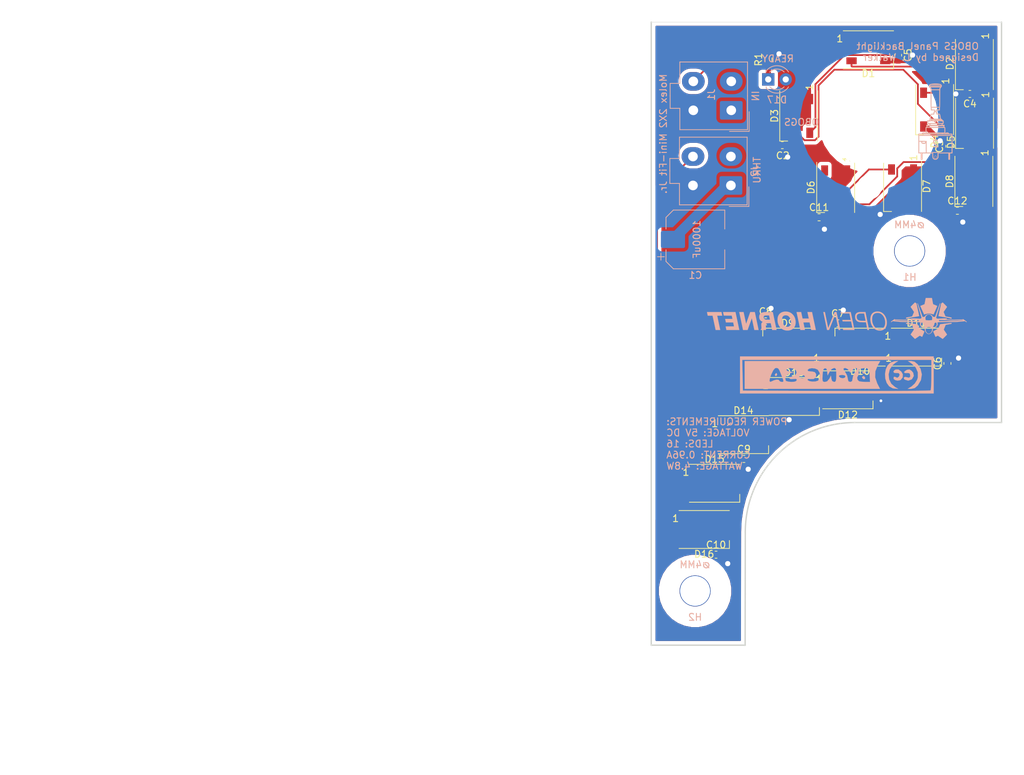
<source format=kicad_pcb>
(kicad_pcb (version 20171130) (host pcbnew "(5.1.6)-1")
  (layers (0 F.Cu signal) (31 B.Cu signal) (34 B.Paste user) (35 F.Paste user) (36 B.SilkS user) (37 F.SilkS user) (38 B.Mask user) (39 F.Mask user) (44 Edge.Cuts user))
  (net 0 "")
  (net 1 /LED+5V)
  (net 2 "Net-(D1-Pad2)")
  (net 3 /DATAIN)
  (net 4 /LEDGND)
  (net 5 "Net-(D2-Pad2)")
  (net 6 "Net-(D3-Pad2)")
  (net 7 "Net-(D4-Pad2)")
  (net 8 "Net-(D5-Pad2)")
  (net 9 "Net-(D6-Pad2)")
  (net 10 "Net-(D7-Pad2)")
  (net 11 "Net-(D8-Pad2)")
  (net 12 "Net-(D10-Pad4)")
  (net 13 "Net-(D10-Pad2)")
  (net 14 "Net-(D11-Pad2)")
  (net 15 "Net-(D12-Pad2)")
  (net 16 "Net-(D13-Pad2)")
  (net 17 "Net-(D14-Pad2)")
  (net 18 "Net-(D15-Pad2)")
  (net 19 /DATAOUT)
  (net 20 "Net-(D17-Pad1)")
  (module OH_Backlighting:Molex_Mini-Fit_Jr_5566-04A_2x02_P4.20mm_Vertical (layer B.Cu) (at 170.25112 53.6956 90)
    (fp_text reference J1 (at 2.25552 -2.88036 90) (layer B.SilkS) (effects (justify mirror)))
    (fp_text value Conn_01x04_Female)
    (pad 4 thru_hole oval (at 4.2 -5.5 90) (size 2.7 3.3) (drill 1.4) (layers *.Cu *.Mask) (net 3 /DATAIN))
    (pad 3 thru_hole oval (at 0 -5.5 90) (size 2.7 3.3) (drill 1.4) (layers *.Cu *.Mask) (net 4 /LEDGND))
    (pad 2 thru_hole oval (at 4.2 0 90) (size 2.7 3.3) (drill 1.4) (layers *.Cu *.Mask) (net 1 /LED+5V))
    (pad 1 thru_hole roundrect (at 0 0 90) (size 2.7 3.3) (drill 1.4) (layers *.Cu *.Mask) (roundrect_rratio 0.09259299999999999) (net 1 /LED+5V))
  )
  (module OH_Backlighting:Molex_Mini-Fit_Jr_5566-04A_2x02_P4.20mm_Vertical (layer B.Cu) (at 170.2 64.6 90)
    (fp_text reference J2 (at 2.1 3.45 270) (layer B.SilkS) (effects (justify mirror)))
    (fp_text value Conn_01x04_Female)
    (pad 4 thru_hole oval (at 4.2 -5.5 90) (size 2.7 3.3) (drill 1.4) (layers *.Cu *.Mask) (net 19 /DATAOUT))
    (pad 3 thru_hole oval (at 0 -5.5 90) (size 2.7 3.3) (drill 1.4) (layers *.Cu *.Mask) (net 4 /LEDGND))
    (pad 2 thru_hole oval (at 4.2 0 90) (size 2.7 3.3) (drill 1.4) (layers *.Cu *.Mask) (net 1 /LED+5V))
    (pad 1 thru_hole roundrect (at 0 0 90) (size 2.7 3.3) (drill 1.4) (layers *.Cu *.Mask) (roundrect_rratio 0.09259299999999999) (net 1 /LED+5V))
  )
  (module OH_General:CC-BY-NC-SA-Small (layer B.Cu) (at 185.65 92.1 180)
    (fp_text reference G*** hide)
    (fp_text value LOGO hide)
  )
  (module OH_General:OH_LOGO_37.7mm_5.9mm (layer B.Cu) (at 185.572676 83.9 180)
    (fp_text reference G*** hide)
    (fp_text value LOGO hide)
  )
  (module Capacitor_SMD:C_0603_1608Metric (layer F.Cu) (at 203.0477 68.26758)
    (fp_text reference C12 (at 0 -1.43) (layer F.SilkS))
    (fp_text value C)
    (pad 2 smd roundrect (at 0.7875 0) (size 0.875 0.95) (layers F.Cu F.Paste F.Mask) (net 4 /LEDGND))
    (pad 1 smd roundrect (at -0.7875 0) (size 0.875 0.95) (layers F.Cu F.Paste F.Mask) (net 1 /LED+5V))
  )
  (module Capacitor_SMD:C_0603_1608Metric (layer F.Cu) (at 182.99166 69.22008)
    (fp_text reference C11 (at 0 -1.43) (layer F.SilkS))
    (fp_text value C)
    (pad 2 smd roundrect (at 0.7875 0) (size 0.875 0.95) (layers F.Cu F.Paste F.Mask) (net 4 /LEDGND))
    (pad 1 smd roundrect (at -0.7875 0) (size 0.875 0.95) (layers F.Cu F.Paste F.Mask) (net 1 /LED+5V))
  )
  (module "Kicad Footprint Files:100SPX_Toggle_Keepout" (layer F.Cu) (at 190.279157 55.312067)
    (fp_text reference 1 (at 0 0.5) (layer F.SilkS))
    (fp_text value 100SPX_Toggle_Keepout)
    (pad "" np_thru_hole circle (at 0 9.525) (size 3.572 3.572) (drill 3.572) (layers *.Cu *.Mask) (clearance 1))
    (pad "" np_thru_hole circle (at 0 0) (size 12.7 12.7) (drill 12.7) (layers *.Mask F.Cu) (clearance 1))
    (pad "" np_thru_hole circle (at 0 0) (size 12.7 12.7) (drill 12.7) (layers *.Mask B.Cu) (clearance 3.65))
  )
  (module "Kicad Footprint Files:OH_Panel_Fastner_Keepout" (layer F.Cu) (at 165.006157 123.447567)
    (fp_text reference 3 hide)
    (fp_text value OH_Panel_Fastner_Keepout hide)
    (fp_text user ⌀4MM (at 0 -3.81) (layer B.SilkS) (effects (justify mirror)))
    (fp_text user H2 (at 0 3.81) (layer B.SilkS) (effects (justify mirror)))
    (pad "" np_thru_hole circle (at 0 0) (size 4.5 4.5) (drill 4.3053) (layers *.Cu *.Mask) (clearance 3))
  )
  (module "Kicad Footprint Files:OH_Panel_Fastner_Keepout" (layer F.Cu) (at 196.121157 74.108067)
    (fp_text reference 2 hide)
    (fp_text value OH_Panel_Fastner_Keepout hide)
    (fp_text user ⌀4MM (at 0 -3.81) (layer B.SilkS) (effects (justify mirror)))
    (fp_text user H1 (at 0 3.81) (layer B.SilkS) (effects (justify mirror)))
    (pad "" np_thru_hole circle (at 0 0) (size 4.5 4.5) (drill 4.3053) (layers *.Cu *.Mask) (clearance 3))
  )
  (module Capacitor_SMD:C_0603_1608Metric (layer F.Cu) (at 204.86116 51.31562 180)
    (fp_text reference C4 (at 0 -1.43) (layer F.SilkS))
    (fp_text value C)
    (pad 2 smd roundrect (at 0.775 0 180) (size 0.9 0.95) (layers F.Cu F.Paste F.Mask) (net 4 /LEDGND))
    (pad 1 smd roundrect (at -0.775 0 180) (size 0.9 0.95) (layers F.Cu F.Paste F.Mask) (net 1 /LED+5V))
  )
  (module Capacitor_SMD:C_0603_1608Metric (layer F.Cu) (at 175.23938 84.32292)
    (fp_text reference C8 (at 0 -1.43) (layer F.SilkS))
    (fp_text value C)
    (pad 2 smd roundrect (at 0.775 0) (size 0.9 0.95) (layers F.Cu F.Paste F.Mask) (net 4 /LEDGND))
    (pad 1 smd roundrect (at -0.775 0) (size 0.9 0.95) (layers F.Cu F.Paste F.Mask) (net 1 /LED+5V))
  )
  (module Resistor_SMD:R_0603_1608Metric (layer F.Cu) (at 175.63592 46.32656 90)
    (fp_text reference R1 (at 0 -1.43 90) (layer F.SilkS))
    (fp_text value R)
    (pad 2 smd roundrect (at 0.825 0 90) (size 0.8 0.95) (layers F.Cu F.Paste F.Mask) (net 4 /LEDGND))
    (pad 1 smd roundrect (at -0.825 0 90) (size 0.8 0.95) (layers F.Cu F.Paste F.Mask) (net 20 "Net-(D17-Pad1)"))
  )
  (module Capacitor_SMD:C_0603_1608Metric (layer F.Cu) (at 168.04356 118.18874)
    (fp_text reference C10 (at 0 -1.43) (layer F.SilkS))
    (fp_text value C)
    (pad 2 smd roundrect (at 0.775 0) (size 0.9 0.95) (layers F.Cu F.Paste F.Mask) (net 4 /LEDGND))
    (pad 1 smd roundrect (at -0.775 0) (size 0.9 0.95) (layers F.Cu F.Paste F.Mask) (net 1 /LED+5V))
  )
  (module Capacitor_SMD:C_0603_1608Metric (layer F.Cu) (at 172.08978 104.2924)
    (fp_text reference C9 (at 0 -1.43) (layer F.SilkS))
    (fp_text value C)
    (pad 2 smd roundrect (at 0.775 0) (size 0.9 0.95) (layers F.Cu F.Paste F.Mask) (net 4 /LEDGND))
    (pad 1 smd roundrect (at -0.775 0) (size 0.9 0.95) (layers F.Cu F.Paste F.Mask) (net 1 /LED+5V))
  )
  (module Capacitor_SMD:C_0603_1608Metric (layer F.Cu) (at 185.71972 84.6074)
    (fp_text reference C7 (at 0 -1.43) (layer F.SilkS))
    (fp_text value C)
    (pad 2 smd roundrect (at 0.775 0) (size 0.9 0.95) (layers F.Cu F.Paste F.Mask) (net 4 /LEDGND))
    (pad 1 smd roundrect (at -0.775 0) (size 0.9 0.95) (layers F.Cu F.Paste F.Mask) (net 1 /LED+5V))
  )
  (module Capacitor_SMD:C_0603_1608Metric (layer F.Cu) (at 201.60234 90.42684 90)
    (fp_text reference C6 (at 0 -1.43 90) (layer F.SilkS))
    (fp_text value C)
    (pad 2 smd roundrect (at 0.775 0 90) (size 0.9 0.95) (layers F.Cu F.Paste F.Mask) (net 4 /LEDGND))
    (pad 1 smd roundrect (at -0.775 0 90) (size 0.9 0.95) (layers F.Cu F.Paste F.Mask) (net 1 /LED+5V))
  )
  (module Capacitor_SMD:C_0603_1608Metric (layer F.Cu) (at 194.44716 45.6949 270)
    (fp_text reference C5 (at 0 -1.43 90) (layer F.SilkS))
    (fp_text value C)
    (pad 2 smd roundrect (at 0.775 0 270) (size 0.9 0.95) (layers F.Cu F.Paste F.Mask) (net 4 /LEDGND))
    (pad 1 smd roundrect (at -0.775 0 270) (size 0.9 0.95) (layers F.Cu F.Paste F.Mask) (net 1 /LED+5V))
  )
  (module Capacitor_SMD:C_0603_1608Metric (layer F.Cu) (at 201.88174 58.90992 90)
    (fp_text reference C3 (at 0 -1.43 90) (layer F.SilkS))
    (fp_text value C)
    (pad 2 smd roundrect (at 0.775 0 90) (size 0.9 0.95) (layers F.Cu F.Paste F.Mask) (net 4 /LEDGND))
    (pad 1 smd roundrect (at -0.775 0 90) (size 0.9 0.95) (layers F.Cu F.Paste F.Mask) (net 1 /LED+5V))
  )
  (module Capacitor_SMD:C_0603_1608Metric (layer F.Cu) (at 177.6603 58.74766)
    (fp_text reference C2 (at 0.05872 1.52146) (layer F.SilkS))
    (fp_text value C)
    (pad 2 smd roundrect (at 0.775 0) (size 0.9 0.95) (layers F.Cu F.Paste F.Mask) (net 4 /LEDGND))
    (pad 1 smd roundrect (at -0.775 0) (size 0.9 0.95) (layers F.Cu F.Paste F.Mask) (net 1 /LED+5V))
  )
  (module "Kicad Footprint Files:S2ALToggle" (layer B.Cu) (at 199.9996 55.4736 180)
    (fp_text reference G*** hide)
    (fp_text value LOGO hide)
    (fp_text user 2 (at 0.125 -3.075) (layer B.SilkS) (effects (justify mirror)))
  )
  (module Capacitor_SMD:CP_Elec_8x10 (layer B.Cu) (at 165.04786 72.43318)
    (fp_text reference C1 (at 0 5.2) (layer B.SilkS) (effects (justify mirror)))
    (fp_text value C_Polarized)
    (pad 2 smd roundrect (at 3.25 0) (size 3.5 2.5) (layers B.Cu B.Paste B.Mask) (roundrect_rratio 0.1) (net 4 /LEDGND))
    (pad 1 smd roundrect (at -3.25 0) (size 3.5 2.5) (layers B.Cu B.Paste B.Mask) (roundrect_rratio 0.1) (net 1 /LED+5V))
  )
  (module LED_THT:LED_D3.0mm (layer B.Cu) (at 175.61306 49.20996)
    (fp_text reference D17 (at 1.27 2.96 180) (layer B.SilkS) (effects (justify mirror)))
    (fp_text value LED)
    (pad 2 thru_hole circle (at 2.54 0) (size 1.8 1.8) (drill 0.9) (layers *.Cu *.Mask) (net 1 /LED+5V))
    (pad 1 thru_hole rect (at 0 0) (size 1.8 1.8) (drill 0.9) (layers *.Cu *.Mask) (net 20 "Net-(D17-Pad1)"))
  )
  (module LED_SMD:LED_WS2812B_PLCC4_5.0x5.0mm_P3.2mm (layer F.Cu) (at 166.331 114.528)
    (fp_text reference D16 (at -0.0118 3.582) (layer F.SilkS))
    (fp_text value WS2812B)
    (fp_text user 1 (at -4.15 -1.6) (layer F.SilkS))
    (pad 1 smd rect (at -2.45 -1.6) (size 1.5 1) (layers F.Cu F.Paste F.Mask) (net 1 /LED+5V))
    (pad 2 smd rect (at -2.45 1.6) (size 1.5 1) (layers F.Cu F.Paste F.Mask) (net 19 /DATAOUT))
    (pad 4 smd rect (at 2.45 -1.6) (size 1.5 1) (layers F.Cu F.Paste F.Mask) (net 18 "Net-(D15-Pad2)"))
    (pad 3 smd rect (at 2.45 1.6) (size 1.5 1) (layers F.Cu F.Paste F.Mask) (net 4 /LEDGND))
  )
  (module LED_SMD:LED_WS2812B_PLCC4_5.0x5.0mm_P3.2mm (layer F.Cu) (at 167.832 107.823)
    (fp_text reference D15 (at 0 -3.5) (layer F.SilkS))
    (fp_text value WS2812B)
    (fp_text user 1 (at -4.15 -1.6) (layer F.SilkS))
    (pad 1 smd rect (at -2.45 -1.6) (size 1.5 1) (layers F.Cu F.Paste F.Mask) (net 1 /LED+5V))
    (pad 2 smd rect (at -2.45 1.6) (size 1.5 1) (layers F.Cu F.Paste F.Mask) (net 18 "Net-(D15-Pad2)"))
    (pad 4 smd rect (at 2.45 -1.6) (size 1.5 1) (layers F.Cu F.Paste F.Mask) (net 17 "Net-(D14-Pad2)"))
    (pad 3 smd rect (at 2.45 1.6) (size 1.5 1) (layers F.Cu F.Paste F.Mask) (net 4 /LEDGND))
  )
  (module LED_SMD:LED_WS2812B_PLCC4_5.0x5.0mm_P3.2mm (layer F.Cu) (at 172.02 100.762)
    (fp_text reference D14 (at 0 -3.5) (layer F.SilkS))
    (fp_text value WS2812B)
    (fp_text user 1 (at -4.15 -1.6) (layer F.SilkS))
    (pad 1 smd rect (at -2.45 -1.6) (size 1.5 1) (layers F.Cu F.Paste F.Mask) (net 1 /LED+5V))
    (pad 2 smd rect (at -2.45 1.6) (size 1.5 1) (layers F.Cu F.Paste F.Mask) (net 17 "Net-(D14-Pad2)"))
    (pad 4 smd rect (at 2.45 -1.6) (size 1.5 1) (layers F.Cu F.Paste F.Mask) (net 16 "Net-(D13-Pad2)"))
    (pad 3 smd rect (at 2.45 1.6) (size 1.5 1) (layers F.Cu F.Paste F.Mask) (net 4 /LEDGND))
  )
  (module LED_SMD:LED_WS2812B_PLCC4_5.0x5.0mm_P3.2mm (layer F.Cu) (at 179.386 95.2244)
    (fp_text reference D13 (at -0.0112 -3.4796) (layer F.SilkS))
    (fp_text value WS2812B)
    (fp_text user 1 (at -4.15 -1.6) (layer F.SilkS))
    (pad 1 smd rect (at -2.45 -1.6) (size 1.5 1) (layers F.Cu F.Paste F.Mask) (net 1 /LED+5V))
    (pad 2 smd rect (at -2.45 1.6) (size 1.5 1) (layers F.Cu F.Paste F.Mask) (net 16 "Net-(D13-Pad2)"))
    (pad 4 smd rect (at 2.45 -1.6) (size 1.5 1) (layers F.Cu F.Paste F.Mask) (net 15 "Net-(D12-Pad2)"))
    (pad 3 smd rect (at 2.45 1.6) (size 1.5 1) (layers F.Cu F.Paste F.Mask) (net 4 /LEDGND))
  )
  (module LED_SMD:LED_WS2812B_PLCC4_5.0x5.0mm_P3.2mm (layer F.Cu) (at 187.159 94.2592)
    (fp_text reference D12 (at 0 3.6324) (layer F.SilkS))
    (fp_text value WS2812B)
    (fp_text user 1 (at -4.15 -1.6) (layer F.SilkS))
    (pad 1 smd rect (at -2.45 -1.6) (size 1.5 1) (layers F.Cu F.Paste F.Mask) (net 1 /LED+5V))
    (pad 2 smd rect (at -2.45 1.6) (size 1.5 1) (layers F.Cu F.Paste F.Mask) (net 15 "Net-(D12-Pad2)"))
    (pad 4 smd rect (at 2.45 -1.6) (size 1.5 1) (layers F.Cu F.Paste F.Mask) (net 14 "Net-(D11-Pad2)"))
    (pad 3 smd rect (at 2.45 1.6) (size 1.5 1) (layers F.Cu F.Paste F.Mask) (net 4 /LEDGND))
  )
  (module LED_SMD:LED_WS2812B_PLCC4_5.0x5.0mm_P3.2mm (layer F.Cu) (at 197.116 88.0616)
    (fp_text reference D11 (at 0 -3.5) (layer F.SilkS))
    (fp_text value WS2812B)
    (fp_text user 1 (at -4.15 -1.6) (layer F.SilkS))
    (pad 1 smd rect (at -2.45 -1.6) (size 1.5 1) (layers F.Cu F.Paste F.Mask) (net 1 /LED+5V))
    (pad 2 smd rect (at -2.45 1.6) (size 1.5 1) (layers F.Cu F.Paste F.Mask) (net 14 "Net-(D11-Pad2)"))
    (pad 4 smd rect (at 2.45 -1.6) (size 1.5 1) (layers F.Cu F.Paste F.Mask) (net 13 "Net-(D10-Pad2)"))
    (pad 3 smd rect (at 2.45 1.6) (size 1.5 1) (layers F.Cu F.Paste F.Mask) (net 4 /LEDGND))
  )
  (module LED_SMD:LED_WS2812B_PLCC4_5.0x5.0mm_P3.2mm (layer F.Cu) (at 188.937 88.0616 180)
    (fp_text reference D10 (at 0 -3.5) (layer F.SilkS))
    (fp_text value WS2812B)
    (fp_text user 1 (at -4.15 -1.6) (layer F.SilkS))
    (pad 1 smd rect (at -2.45 -1.6 180) (size 1.5 1) (layers F.Cu F.Paste F.Mask) (net 1 /LED+5V))
    (pad 2 smd rect (at -2.45 1.6 180) (size 1.5 1) (layers F.Cu F.Paste F.Mask) (net 13 "Net-(D10-Pad2)"))
    (pad 4 smd rect (at 2.45 -1.6 180) (size 1.5 1) (layers F.Cu F.Paste F.Mask) (net 12 "Net-(D10-Pad4)"))
    (pad 3 smd rect (at 2.45 1.6 180) (size 1.5 1) (layers F.Cu F.Paste F.Mask) (net 4 /LEDGND))
  )
  (module LED_SMD:LED_WS2812B_PLCC4_5.0x5.0mm_P3.2mm (layer F.Cu) (at 178.472 88.0616 180)
    (fp_text reference D9 (at 0.0116 3.4796) (layer F.SilkS))
    (fp_text value WS2812B)
    (fp_text user 1 (at -4.15 -1.6) (layer F.SilkS))
    (pad 1 smd rect (at -2.45 -1.6 180) (size 1.5 1) (layers F.Cu F.Paste F.Mask) (net 1 /LED+5V))
    (pad 2 smd rect (at -2.45 1.6 180) (size 1.5 1) (layers F.Cu F.Paste F.Mask) (net 12 "Net-(D10-Pad4)"))
    (pad 4 smd rect (at 2.45 -1.6 180) (size 1.5 1) (layers F.Cu F.Paste F.Mask) (net 11 "Net-(D8-Pad2)"))
    (pad 3 smd rect (at 2.45 1.6 180) (size 1.5 1) (layers F.Cu F.Paste F.Mask) (net 4 /LEDGND))
  )
  (module LED_SMD:LED_WS2812B_PLCC4_5.0x5.0mm_P3.2mm (layer F.Cu) (at 205.435 64.008 270)
    (fp_text reference D8 (at 0 3.505 90) (layer F.SilkS))
    (fp_text value WS2812B)
    (fp_text user 1 (at -4.15 -1.6 90) (layer F.SilkS))
    (pad 1 smd rect (at -2.45 -1.6 270) (size 1.5 1) (layers F.Cu F.Paste F.Mask) (net 1 /LED+5V))
    (pad 2 smd rect (at -2.45 1.6 270) (size 1.5 1) (layers F.Cu F.Paste F.Mask) (net 11 "Net-(D8-Pad2)"))
    (pad 4 smd rect (at 2.45 -1.6 270) (size 1.5 1) (layers F.Cu F.Paste F.Mask) (net 10 "Net-(D7-Pad2)"))
    (pad 3 smd rect (at 2.45 1.6 270) (size 1.5 1) (layers F.Cu F.Paste F.Mask) (net 4 /LEDGND))
  )
  (module LED_SMD:LED_WS2812B_PLCC4_5.0x5.0mm_P3.2mm (layer F.Cu) (at 195.098 64.7308 270)
    (fp_text reference D7 (at 0 -3.5 90) (layer F.SilkS))
    (fp_text value WS2812B)
    (fp_text user 1 (at -4.15 -1.6 90) (layer F.SilkS))
    (pad 1 smd rect (at -2.45 -1.6 270) (size 1.5 1) (layers F.Cu F.Paste F.Mask) (net 1 /LED+5V))
    (pad 2 smd rect (at -2.45 1.6 270) (size 1.5 1) (layers F.Cu F.Paste F.Mask) (net 10 "Net-(D7-Pad2)"))
    (pad 4 smd rect (at 2.45 -1.6 270) (size 1.5 1) (layers F.Cu F.Paste F.Mask) (net 9 "Net-(D6-Pad2)"))
    (pad 3 smd rect (at 2.45 1.6 270) (size 1.5 1) (layers F.Cu F.Paste F.Mask) (net 4 /LEDGND))
  )
  (module LED_SMD:LED_WS2812B_PLCC4_5.0x5.0mm_P3.2mm (layer F.Cu) (at 185.395 64.8832 270)
    (fp_text reference D6 (at 0 3.5818 90) (layer F.SilkS))
    (fp_text value WS2812B)
    (fp_text user 1 (at -4.15 -1.6 90) (layer F.SilkS))
    (pad 1 smd rect (at -2.45 -1.6 270) (size 1.5 1) (layers F.Cu F.Paste F.Mask) (net 1 /LED+5V))
    (pad 2 smd rect (at -2.45 1.6 270) (size 1.5 1) (layers F.Cu F.Paste F.Mask) (net 9 "Net-(D6-Pad2)"))
    (pad 4 smd rect (at 2.45 -1.6 270) (size 1.5 1) (layers F.Cu F.Paste F.Mask) (net 8 "Net-(D5-Pad2)"))
    (pad 3 smd rect (at 2.45 1.6 270) (size 1.5 1) (layers F.Cu F.Paste F.Mask) (net 4 /LEDGND))
  )
  (module LED_SMD:LED_WS2812B_PLCC4_5.0x5.0mm_P3.2mm (layer F.Cu) (at 205.537 55.5752 270)
    (fp_text reference D5 (at 2.7432 3.4038 90) (layer F.SilkS))
    (fp_text value WS2812B)
    (fp_text user 1 (at -4.15 -1.6 90) (layer F.SilkS))
    (pad 1 smd rect (at -2.45 -1.6 270) (size 1.5 1) (layers F.Cu F.Paste F.Mask) (net 1 /LED+5V))
    (pad 2 smd rect (at -2.45 1.6 270) (size 1.5 1) (layers F.Cu F.Paste F.Mask) (net 8 "Net-(D5-Pad2)"))
    (pad 4 smd rect (at 2.45 -1.6 270) (size 1.5 1) (layers F.Cu F.Paste F.Mask) (net 7 "Net-(D4-Pad2)"))
    (pad 3 smd rect (at 2.45 1.6 270) (size 1.5 1) (layers F.Cu F.Paste F.Mask) (net 4 /LEDGND))
  )
  (module LED_SMD:LED_WS2812B_PLCC4_5.0x5.0mm_P3.2mm (layer F.Cu) (at 199.746 53.594 270)
    (fp_text reference D4 (at 4.6228 0.0004 90) (layer F.SilkS))
    (fp_text value WS2812B)
    (fp_text user 1 (at -4.15 -1.6 90) (layer F.SilkS))
    (pad 1 smd rect (at -2.45 -1.6 270) (size 1.5 1) (layers F.Cu F.Paste F.Mask) (net 1 /LED+5V))
    (pad 2 smd rect (at -2.45 1.6 270) (size 1.5 1) (layers F.Cu F.Paste F.Mask) (net 7 "Net-(D4-Pad2)"))
    (pad 4 smd rect (at 2.45 -1.6 270) (size 1.5 1) (layers F.Cu F.Paste F.Mask) (net 6 "Net-(D3-Pad2)"))
    (pad 3 smd rect (at 2.45 1.6 270) (size 1.5 1) (layers F.Cu F.Paste F.Mask) (net 4 /LEDGND))
  )
  (module LED_SMD:LED_WS2812B_PLCC4_5.0x5.0mm_P3.2mm (layer F.Cu) (at 180.035 54.5084 270)
    (fp_text reference D3 (at 0 3.505 90) (layer F.SilkS))
    (fp_text value WS2812B)
    (fp_text user 1 (at -4.15 -1.6 90) (layer F.SilkS))
    (pad 1 smd rect (at -2.45 -1.6 270) (size 1.5 1) (layers F.Cu F.Paste F.Mask) (net 1 /LED+5V))
    (pad 2 smd rect (at -2.45 1.6 270) (size 1.5 1) (layers F.Cu F.Paste F.Mask) (net 6 "Net-(D3-Pad2)"))
    (pad 4 smd rect (at 2.45 -1.6 270) (size 1.5 1) (layers F.Cu F.Paste F.Mask) (net 5 "Net-(D2-Pad2)"))
    (pad 3 smd rect (at 2.45 1.6 270) (size 1.5 1) (layers F.Cu F.Paste F.Mask) (net 4 /LEDGND))
  )
  (module LED_SMD:LED_WS2812B_PLCC4_5.0x5.0mm_P3.2mm (layer F.Cu) (at 205.512 47.0524 270)
    (fp_text reference D2 (at -0.164 3.5312 90) (layer F.SilkS))
    (fp_text value WS2812B)
    (fp_text user 1 (at -4.15 -1.6 90) (layer F.SilkS))
    (pad 1 smd rect (at -2.45 -1.6 270) (size 1.5 1) (layers F.Cu F.Paste F.Mask) (net 1 /LED+5V))
    (pad 2 smd rect (at -2.45 1.6 270) (size 1.5 1) (layers F.Cu F.Paste F.Mask) (net 5 "Net-(D2-Pad2)"))
    (pad 4 smd rect (at 2.45 -1.6 270) (size 1.5 1) (layers F.Cu F.Paste F.Mask) (net 2 "Net-(D1-Pad2)"))
    (pad 3 smd rect (at 2.45 1.6 270) (size 1.5 1) (layers F.Cu F.Paste F.Mask) (net 4 /LEDGND))
  )
  (module LED_SMD:LED_WS2812B_PLCC4_5.0x5.0mm_P3.2mm (layer F.Cu) (at 190.144 44.9072)
    (fp_text reference D1 (at 0 3.4544) (layer F.SilkS))
    (fp_text value WS2812B)
    (fp_text user 1 (at -4.15 -1.6) (layer F.SilkS))
    (pad 1 smd rect (at -2.45 -1.6) (size 1.5 1) (layers F.Cu F.Paste F.Mask) (net 1 /LED+5V))
    (pad 2 smd rect (at -2.45 1.6) (size 1.5 1) (layers F.Cu F.Paste F.Mask) (net 2 "Net-(D1-Pad2)"))
    (pad 4 smd rect (at 2.45 -1.6) (size 1.5 1) (layers F.Cu F.Paste F.Mask) (net 3 /DATAIN))
    (pad 3 smd rect (at 2.45 1.6) (size 1.5 1) (layers F.Cu F.Paste F.Mask) (net 4 /LEDGND))
  )
  (gr_text OBOGS (at 180.4416 55.4228) (layer B.SilkS) (effects (font (size 1 1)) (justify mirror)))
  (gr_text THRU (at 173.98746 62.37732 90) (layer B.SilkS) (effects (font (size 1 1)) (justify mirror)))
  (gr_text IN (at 173.78426 51.61534 90) (layer B.SilkS) (effects (font (size 1 1)) (justify mirror)))
  (gr_text "Molex 2X2 Mini-Fit Jr." (at 160.39084 57.11698 90) (layer B.SilkS) (effects (font (size 1 1)) (justify mirror)))
  (gr_text READY (at 177.01514 46.2026) (layer B.SilkS) (effects (font (size 1 1)) (justify mirror)))
  (gr_text 1000uF (at 165.26002 72.43318 90) (layer B.SilkS) (effects (font (size 1 1)) (justify mirror)))
  (gr_text "POWER REQUIREMENTS:\nVOLTAGE: 5V DC\nLEDS: 16\nCURRENT: 0.96A\nWATTAGE: 4.8W" (at 160.75 102.1) (layer B.SilkS) (effects (font (size 1 1)) (justify right mirror)))
  (gr_text "OBOGS Panel Backlight\nDesigned by L. Walker" (at 206.25308 45.20438) (layer B.SilkS) (effects (font (size 1 1)) (justify left mirror)))
  (gr_line (start 209.4484 40.894) (end 158.648401 40.894001) (layer Edge.Cuts) (width 0.05))
  (gr_line (start 209.4484 40.894) (end 209.4484 40.894001) (layer Edge.Cuts) (width 0.05))
  (gr_line (start 158.648401 131.318) (end 172.2628 131.318) (layer Edge.Cuts) (width 0.2))
  (gr_arc (start 188.163199 114.8842) (end 188.1632 99.0092) (angle -90) (layer Edge.Cuts) (width 0.2))
  (gr_line (start 158.648401 40.894001) (end 158.648401 131.318) (layer Edge.Cuts) (width 0.2))
  (gr_line (start 172.2628 131.318) (end 172.288199 114.884199) (layer Edge.Cuts) (width 0.2))
  (gr_line (start 188.1632 99.0092) (end 209.4484 99.0092) (layer Edge.Cuts) (width 0.2))
  (gr_line (start 209.4484 99.0092) (end 209.4484 40.894001) (layer Edge.Cuts) (width 0.2))
  (segment (start 169.75568 64.47536) (end 161.79786 72.43318) (width 1.5) (layer B.Cu) (net 1))
  (segment (start 170.26636 64.47536) (end 169.75568 64.47536) (width 1.5) (layer B.Cu) (net 1))
  (segment (start 187.694 46.5072) (end 187.694 47.2572) (width 0.25) (layer F.Cu) (net 2))
  (segment (start 187.78748 47.35068) (end 197.49932 47.35068) (width 0.25) (layer F.Cu) (net 2))
  (segment (start 187.694 47.2572) (end 187.78748 47.35068) (width 0.25) (layer F.Cu) (net 2))
  (segment (start 197.49932 47.35068) (end 199 45.85) (width 0.25) (layer F.Cu) (net 2))
  (segment (start 199 45.85) (end 206.85 45.85) (width 0.25) (layer F.Cu) (net 2))
  (segment (start 206.85 49.2404) (end 207.112 49.5024) (width 0.25) (layer F.Cu) (net 2))
  (segment (start 206.85 45.85) (end 206.85 49.2404) (width 0.25) (layer F.Cu) (net 2))
  (segment (start 171.764521 42.482199) (end 164.75112 49.4956) (width 0.25) (layer F.Cu) (net 3))
  (segment (start 191.768999 42.482199) (end 171.764521 42.482199) (width 0.25) (layer F.Cu) (net 3))
  (segment (start 192.594 43.3072) (end 191.768999 42.482199) (width 0.25) (layer F.Cu) (net 3))
  (segment (start 176.01438 86.45398) (end 176.022 86.4616) (width 0.75) (layer F.Cu) (net 4))
  (segment (start 201.59258 89.6616) (end 201.60234 89.65184) (width 0.75) (layer F.Cu) (net 4))
  (segment (start 199.566 89.6616) (end 201.59258 89.6616) (width 0.75) (layer F.Cu) (net 4))
  (segment (start 201.60234 89.65184) (end 203.21524 89.65438) (width 0.75) (layer F.Cu) (net 4))
  (segment (start 203.21524 89.65438) (end 203.22794 89.65184) (width 0.75) (layer F.Cu) (net 4))
  (via (at 203.21524 89.65438) (size 1.5) (drill 0.75) (layers F.Cu B.Cu) (net 4))
  (segment (start 189.609 95.8592) (end 191.9605 95.85198) (width 0.75) (layer F.Cu) (net 4))
  (segment (start 191.9605 95.85198) (end 191.95328 95.8592) (width 0.75) (layer F.Cu) (net 4))
  (via (at 191.9605 95.85198) (size 0.8) (drill 0.4) (layers F.Cu B.Cu) (net 4))
  (segment (start 177.1777 45.50156) (end 177.1777 45.50156) (width 0.75) (layer F.Cu) (net 4))
  (segment (start 178.435 58.74736) (end 178.4353 58.74766) (width 0.75) (layer F.Cu) (net 4))
  (segment (start 178.435 56.9584) (end 178.435 58.74736) (width 0.75) (layer F.Cu) (net 4))
  (segment (start 178.4353 58.74766) (end 178.42992 60.47994) (width 0.75) (layer F.Cu) (net 4))
  (segment (start 178.42992 60.47994) (end 178.4353 60.51072) (width 0.75) (layer F.Cu) (net 4))
  (via (at 178.42992 60.47994) (size 1.5) (drill 0.75) (layers F.Cu B.Cu) (net 4))
  (segment (start 193.498 67.1808) (end 193.498 67.17712) (width 0.75) (layer F.Cu) (net 4))
  (segment (start 193.498 67.17712) (end 191.85128 68.80606) (width 0.75) (layer F.Cu) (net 4))
  (segment (start 191.85128 68.80606) (end 191.86906 68.80606) (width 0.75) (layer F.Cu) (net 4))
  (via (at 191.85128 68.80606) (size 1.5) (drill 0.75) (layers F.Cu B.Cu) (net 4))
  (segment (start 183.795 69.20424) (end 183.77916 69.22008) (width 0.75) (layer F.Cu) (net 4))
  (segment (start 183.795 67.3332) (end 183.795 69.20424) (width 0.75) (layer F.Cu) (net 4))
  (segment (start 183.77916 69.22008) (end 183.76138 70.94982) (width 0.75) (layer F.Cu) (net 4))
  (segment (start 183.76138 70.94982) (end 183.77916 70.93204) (width 0.75) (layer F.Cu) (net 4))
  (via (at 183.76138 70.94982) (size 1.5) (drill 0.75) (layers F.Cu B.Cu) (net 4))
  (segment (start 203.835 66.458) (end 203.83246 69.91604) (width 0.75) (layer F.Cu) (net 4))
  (segment (start 203.83246 69.91604) (end 203.835 69.9135) (width 0.75) (layer F.Cu) (net 4))
  (via (at 203.83246 69.91604) (size 1.5) (drill 0.75) (layers F.Cu B.Cu) (net 4))
  (segment (start 201.99146 58.0252) (end 201.88174 58.13492) (width 0.75) (layer F.Cu) (net 4))
  (segment (start 203.937 58.0252) (end 201.99146 58.0252) (width 0.75) (layer F.Cu) (net 4))
  (segment (start 201.88174 58.13492) (end 200.54316 58.11266) (width 0.75) (layer F.Cu) (net 4))
  (segment (start 200.54316 58.11266) (end 200.56542 58.13492) (width 0.75) (layer F.Cu) (net 4))
  (via (at 200.54316 58.11266) (size 1.5) (drill 0.75) (layers F.Cu B.Cu) (net 4))
  (segment (start 203.912 51.14146) (end 204.08616 51.31562) (width 0.75) (layer F.Cu) (net 4))
  (segment (start 203.912 49.5024) (end 203.912 51.14146) (width 0.75) (layer F.Cu) (net 4))
  (segment (start 204.08616 51.31562) (end 202.82154 51.31562) (width 0.75) (layer F.Cu) (net 4))
  (segment (start 202.82154 51.31562) (end 202.6793 51.31562) (width 0.75) (layer F.Cu) (net 4))
  (via (at 202.82154 51.31562) (size 1.5) (drill 0.75) (layers F.Cu B.Cu) (net 4))
  (segment (start 194.40986 46.5072) (end 194.44716 46.4699) (width 0.75) (layer F.Cu) (net 4))
  (segment (start 192.594 46.5072) (end 194.40986 46.5072) (width 0.75) (layer F.Cu) (net 4))
  (segment (start 194.44716 46.4699) (end 195.7826 46.4699) (width 0.75) (layer F.Cu) (net 4))
  (segment (start 195.7826 46.4699) (end 195.7826 46.4445) (width 0.75) (layer F.Cu) (net 4))
  (segment (start 195.7826 46.4445) (end 196.54774 45.67936) (width 0.75) (layer F.Cu) (net 4))
  (segment (start 196.54774 45.67936) (end 196.54774 45.67936) (width 0.75) (layer F.Cu) (net 4))
  (via (at 196.54774 45.67936) (size 1.5) (drill 0.75) (layers F.Cu B.Cu) (net 4))
  (segment (start 198.4745 56.044) (end 200.54316 58.11266) (width 0.75) (layer F.Cu) (net 4))
  (segment (start 198.146 56.044) (end 198.4745 56.044) (width 0.75) (layer F.Cu) (net 4))
  (segment (start 174.47 102.68718) (end 172.86478 104.2924) (width 0.75) (layer F.Cu) (net 4))
  (segment (start 174.47 102.362) (end 174.47 102.68718) (width 0.75) (layer F.Cu) (net 4))
  (segment (start 172.86478 104.2924) (end 172.7073 105.78592) (width 0.75) (layer F.Cu) (net 4))
  (segment (start 172.7073 105.78592) (end 172.86478 105.64368) (width 0.75) (layer F.Cu) (net 4))
  (via (at 172.7073 105.78592) (size 1.5) (drill 0.75) (layers F.Cu B.Cu) (net 4))
  (segment (start 168.781 116.128) (end 168.781 118.15118) (width 0.75) (layer F.Cu) (net 4))
  (segment (start 168.81856 118.18874) (end 168.781 118.15118) (width 0.75) (layer F.Cu) (net 4))
  (segment (start 168.81856 118.18874) (end 168.81856 118.62054) (width 0.75) (layer F.Cu) (net 4))
  (segment (start 168.81856 118.62054) (end 169.73804 119.48414) (width 0.75) (layer F.Cu) (net 4))
  (segment (start 169.73804 119.48414) (end 169.68978 119.49176) (width 0.75) (layer F.Cu) (net 4))
  (via (at 169.73804 119.48414) (size 1.5) (drill 0.75) (layers F.Cu B.Cu) (net 4))
  (segment (start 172.7073 106.9977) (end 172.7073 105.78592) (width 0.75) (layer F.Cu) (net 4))
  (segment (start 170.282 109.423) (end 172.7073 106.9977) (width 0.75) (layer F.Cu) (net 4))
  (segment (start 181.836 96.8244) (end 180.42676 96.8244) (width 0.75) (layer F.Cu) (net 4))
  (segment (start 180.42676 96.8244) (end 178.64582 98.60534) (width 0.75) (layer F.Cu) (net 4))
  (segment (start 178.64582 98.60534) (end 178.64582 98.60534) (width 0.75) (layer F.Cu) (net 4))
  (via (at 178.64582 98.60534) (size 1.5) (drill 0.75) (layers F.Cu B.Cu) (net 4))
  (segment (start 186.487 84.61512) (end 186.49472 84.6074) (width 0.75) (layer F.Cu) (net 4))
  (segment (start 186.487 86.4616) (end 186.487 84.61512) (width 0.75) (layer F.Cu) (net 4))
  (segment (start 186.49472 84.6074) (end 186.4995 82.69224) (width 0.75) (layer F.Cu) (net 4))
  (segment (start 186.4995 82.69224) (end 186.49472 82.69702) (width 0.75) (layer F.Cu) (net 4))
  (via (at 186.4995 82.69224) (size 1.5) (drill 0.75) (layers F.Cu B.Cu) (net 4))
  (segment (start 176.022 84.33054) (end 176.01438 84.32292) (width 0.75) (layer F.Cu) (net 4))
  (segment (start 176.022 86.4616) (end 176.022 84.33054) (width 0.75) (layer F.Cu) (net 4))
  (segment (start 176.01438 84.32292) (end 176.01438 82.43316) (width 0.75) (layer F.Cu) (net 4))
  (segment (start 176.01438 82.43316) (end 176.01438 82.43316) (width 0.75) (layer F.Cu) (net 4))
  (via (at 176.01438 82.43316) (size 1.5) (drill 0.75) (layers F.Cu B.Cu) (net 4))
  (segment (start 175.63592 45.50156) (end 177.1777 45.50156) (width 0.75) (layer F.Cu) (net 4))
  (via (at 177.1777 45.50156) (size 1.5) (drill 0.75) (layers F.Cu B.Cu) (net 4))
  (segment (start 182.460001 49.906197) (end 182.460001 56.133399) (width 0.25) (layer F.Cu) (net 5))
  (segment (start 186.683999 45.682199) (end 182.460001 49.906197) (width 0.25) (layer F.Cu) (net 5))
  (segment (start 182.460001 56.133399) (end 181.635 56.9584) (width 0.25) (layer F.Cu) (net 5))
  (segment (start 193.969326 45.6949) (end 193.956625 45.682199) (width 0.25) (layer F.Cu) (net 5))
  (segment (start 194.941198 45.6949) (end 193.969326 45.6949) (width 0.25) (layer F.Cu) (net 5))
  (segment (start 193.956625 45.682199) (end 186.683999 45.682199) (width 0.25) (layer F.Cu) (net 5))
  (segment (start 196.033698 44.6024) (end 194.941198 45.6949) (width 0.25) (layer F.Cu) (net 5))
  (segment (start 203.912 44.6024) (end 196.033698 44.6024) (width 0.25) (layer F.Cu) (net 5))
  (segment (start 200.596 56.044) (end 197.320999 52.768999) (width 0.25) (layer F.Cu) (net 6))
  (segment (start 201.346 56.044) (end 200.596 56.044) (width 0.25) (layer F.Cu) (net 6))
  (segment (start 197.320999 52.768999) (end 197.320999 49.920999) (width 0.25) (layer F.Cu) (net 6))
  (segment (start 195.20069 47.80069) (end 185.201918 47.80069) (width 0.25) (layer F.Cu) (net 6))
  (segment (start 197.320999 49.920999) (end 195.20069 47.80069) (width 0.25) (layer F.Cu) (net 6))
  (segment (start 179.260001 52.883401) (end 178.435 52.0584) (width 0.25) (layer F.Cu) (net 6))
  (segment (start 179.260001 56.418403) (end 179.260001 52.883401) (width 0.25) (layer F.Cu) (net 6))
  (segment (start 180.874999 58.033401) (end 179.260001 56.418403) (width 0.25) (layer F.Cu) (net 6))
  (segment (start 182.395001 58.033401) (end 180.874999 58.033401) (width 0.25) (layer F.Cu) (net 6))
  (segment (start 182.910011 57.518391) (end 182.395001 58.033401) (width 0.25) (layer F.Cu) (net 6))
  (segment (start 182.910011 50.092597) (end 182.910011 57.518391) (width 0.25) (layer F.Cu) (net 6))
  (segment (start 185.201918 47.80069) (end 182.910011 50.092597) (width 0.25) (layer F.Cu) (net 6))
  (segment (start 199.5058 51.144) (end 198.146 51.144) (width 0.25) (layer F.Cu) (net 7))
  (segment (start 206.387 58.0252) (end 199.5058 51.144) (width 0.25) (layer F.Cu) (net 7))
  (segment (start 207.137 58.0252) (end 206.387 58.0252) (width 0.25) (layer F.Cu) (net 7))
  (segment (start 190.280602 67.3332) (end 186.995 67.3332) (width 0.25) (layer F.Cu) (net 8))
  (segment (start 194.323001 63.290801) (end 190.280602 67.3332) (width 0.25) (layer F.Cu) (net 8))
  (segment (start 194.323001 62.126999) (end 194.323001 63.290801) (width 0.25) (layer F.Cu) (net 8))
  (segment (start 195.244201 61.205799) (end 194.323001 62.126999) (width 0.25) (layer F.Cu) (net 8))
  (segment (start 199.041023 61.205799) (end 195.244201 61.205799) (width 0.25) (layer F.Cu) (net 8))
  (segment (start 201.336902 58.90992) (end 199.041023 61.205799) (width 0.25) (layer F.Cu) (net 8))
  (segment (start 202.359574 58.90992) (end 201.336902 58.90992) (width 0.25) (layer F.Cu) (net 8))
  (segment (start 202.68175 59.232096) (end 202.359574 58.90992) (width 0.25) (layer F.Cu) (net 8))
  (segment (start 207.765106 59.232096) (end 202.68175 59.232096) (width 0.25) (layer F.Cu) (net 8))
  (segment (start 207.962001 59.035201) (end 207.765106 59.232096) (width 0.25) (layer F.Cu) (net 8))
  (segment (start 207.962001 56.400201) (end 207.962001 59.035201) (width 0.25) (layer F.Cu) (net 8))
  (segment (start 204.687 53.1252) (end 207.962001 56.400201) (width 0.25) (layer F.Cu) (net 8))
  (segment (start 203.937 53.1252) (end 204.687 53.1252) (width 0.25) (layer F.Cu) (net 8))
  (segment (start 181.44165 64.78655) (end 183.105144 63.123056) (width 0.25) (layer F.Cu) (net 9))
  (segment (start 181.44165 70.221092) (end 181.44165 64.78655) (width 0.25) (layer F.Cu) (net 9))
  (segment (start 195.622999 68.255801) (end 193.992541 68.255801) (width 0.25) (layer F.Cu) (net 9))
  (segment (start 196.698 67.1808) (end 195.622999 68.255801) (width 0.25) (layer F.Cu) (net 9))
  (segment (start 193.992541 68.255801) (end 190.223521 72.024821) (width 0.25) (layer F.Cu) (net 9))
  (segment (start 190.223521 72.024821) (end 183.245379 72.024821) (width 0.25) (layer F.Cu) (net 9))
  (segment (start 183.245379 72.024821) (end 181.44165 70.221092) (width 0.25) (layer F.Cu) (net 9))
  (segment (start 183.105144 63.123056) (end 183.795 62.4332) (width 0.25) (layer F.Cu) (net 9))
  (segment (start 205.959999 65.382999) (end 207.035 66.458) (width 0.25) (layer F.Cu) (net 10))
  (segment (start 186.234999 68.408201) (end 190.435597 68.408201) (width 0.25) (layer F.Cu) (net 10))
  (segment (start 186.169999 68.343201) (end 186.234999 68.408201) (width 0.25) (layer F.Cu) (net 10))
  (segment (start 186.169999 66.323199) (end 186.169999 68.343201) (width 0.25) (layer F.Cu) (net 10))
  (segment (start 193.460799 65.382999) (end 205.959999 65.382999) (width 0.25) (layer F.Cu) (net 10))
  (segment (start 190.212398 62.2808) (end 186.169999 66.323199) (width 0.25) (layer F.Cu) (net 10))
  (segment (start 190.435597 68.408201) (end 193.460799 65.382999) (width 0.25) (layer F.Cu) (net 10))
  (segment (start 193.498 62.2808) (end 190.212398 62.2808) (width 0.25) (layer F.Cu) (net 10))
  (segment (start 176.022 88.9116) (end 179.297001 85.636599) (width 0.25) (layer F.Cu) (net 11))
  (segment (start 179.297001 85.636599) (end 183.826997 85.636599) (width 0.25) (layer F.Cu) (net 11))
  (segment (start 188.726997 87.286601) (end 191.263598 84.75) (width 0.25) (layer F.Cu) (net 11))
  (segment (start 176.022 89.6616) (end 176.022 88.9116) (width 0.25) (layer F.Cu) (net 11))
  (segment (start 183.826997 85.636599) (end 185.476999 87.286601) (width 0.25) (layer F.Cu) (net 11))
  (segment (start 185.476999 87.286601) (end 188.726997 87.286601) (width 0.25) (layer F.Cu) (net 11))
  (segment (start 191.263598 84.75) (end 200.25 84.75) (width 0.25) (layer F.Cu) (net 11))
  (segment (start 205.199998 61.558) (end 203.835 61.558) (width 0.25) (layer F.Cu) (net 11))
  (segment (start 207.860001 64.218003) (end 205.199998 61.558) (width 0.25) (layer F.Cu) (net 11))
  (segment (start 207.860001 77.139999) (end 207.860001 64.218003) (width 0.25) (layer F.Cu) (net 11))
  (segment (start 200.25 84.75) (end 207.860001 77.139999) (width 0.25) (layer F.Cu) (net 11))
  (segment (start 184.122 89.6616) (end 180.922 86.4616) (width 0.25) (layer F.Cu) (net 12))
  (segment (start 186.487 89.6616) (end 184.122 89.6616) (width 0.25) (layer F.Cu) (net 12))
  (segment (start 198.740999 85.636599) (end 192.212001 85.636599) (width 0.25) (layer F.Cu) (net 13))
  (segment (start 192.212001 85.636599) (end 191.387 86.4616) (width 0.25) (layer F.Cu) (net 13))
  (segment (start 199.566 86.4616) (end 198.740999 85.636599) (width 0.25) (layer F.Cu) (net 13))
  (segment (start 191.6684 92.6592) (end 189.609 92.6592) (width 0.25) (layer F.Cu) (net 14))
  (segment (start 194.666 89.6616) (end 191.6684 92.6592) (width 0.25) (layer F.Cu) (net 14))
  (segment (start 184.0708 95.8592) (end 181.836 93.6244) (width 0.25) (layer F.Cu) (net 15))
  (segment (start 184.709 95.8592) (end 184.0708 95.8592) (width 0.25) (layer F.Cu) (net 15))
  (segment (start 174.5984 99.162) (end 176.936 96.8244) (width 0.25) (layer F.Cu) (net 16))
  (segment (start 174.47 99.162) (end 174.5984 99.162) (width 0.25) (layer F.Cu) (net 16))
  (segment (start 170.282 103.074) (end 169.57 102.362) (width 0.25) (layer F.Cu) (net 17))
  (segment (start 170.282 106.223) (end 170.282 103.074) (width 0.25) (layer F.Cu) (net 17))
  (segment (start 168.781 112.822) (end 165.382 109.423) (width 0.25) (layer F.Cu) (net 18))
  (segment (start 168.781 112.928) (end 168.781 112.822) (width 0.25) (layer F.Cu) (net 18))
  (segment (start 163.881 116.128) (end 163.4482 116.128) (width 0.25) (layer F.Cu) (net 19))
  (segment (start 163.4482 116.128) (end 159.49168 112.17148) (width 0.25) (layer F.Cu) (net 19))
  (segment (start 159.49168 65.55004) (end 164.76636 60.27536) (width 0.25) (layer F.Cu) (net 19))
  (segment (start 159.49168 112.17148) (end 159.49168 65.55004) (width 0.25) (layer F.Cu) (net 19))
  (segment (start 175.63592 49.1871) (end 175.61306 49.20996) (width 0.75) (layer F.Cu) (net 20))
  (segment (start 175.63592 47.15156) (end 175.63592 49.1871) (width 0.75) (layer F.Cu) (net 20))
  (zone (net 4) (net_name /LEDGND) (layer B.Cu) (connect_pads yes (clearance 0.508)) (min_thickness 0.254) (fill yes (arc_segments 32) (thermal_gap 0.508) (thermal_bridge_width 0.508))
    (polygon (pts (xy 210.47202 39.77132) (xy 210.99272 132.71246) (xy 158.01086 134.3279) (xy 157.39618 39.77132) (xy 176.9618 39.66718)))
  )
  (zone (net 1) (net_name /LED+5V) (layer F.Cu) (connect_pads yes (clearance 0.508)) (min_thickness 0.254) (fill yes (arc_segments 32) (thermal_gap 0.508) (thermal_bridge_width 0.508))
    (polygon (pts (xy 212.34654 133.4389) (xy 156.14904 133.00202) (xy 156.25318 78.99146) (xy 156.14904 39.01694) (xy 211.40928 39.12108)))
  )
)
</source>
